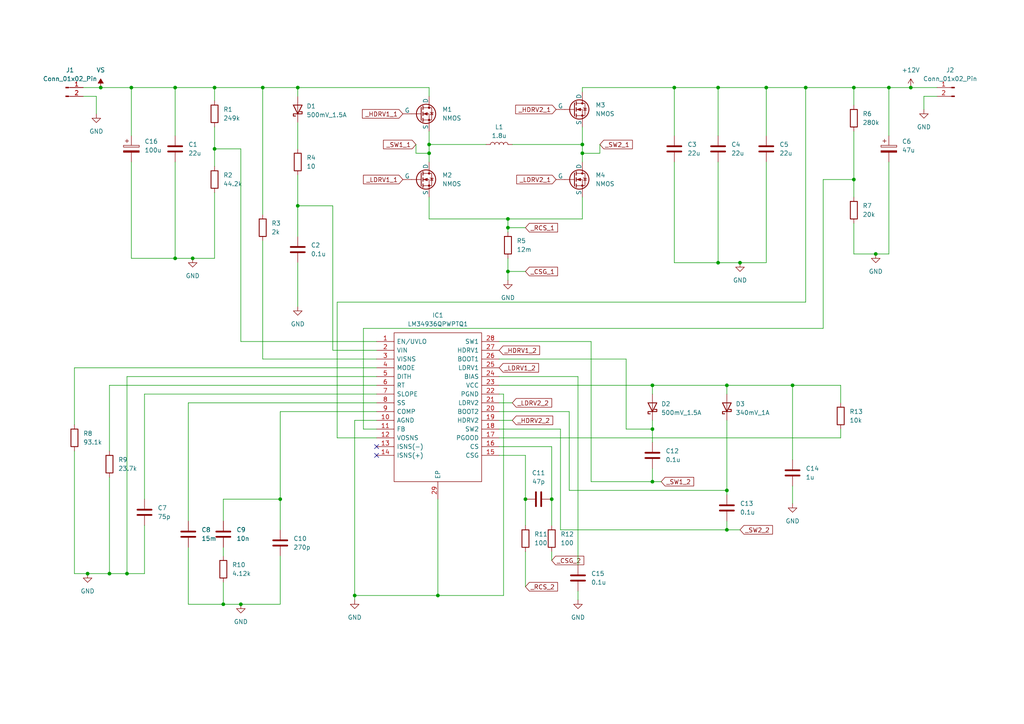
<source format=kicad_sch>
(kicad_sch (version 20230121) (generator eeschema)
  (paper "A4")
  (lib_symbols
    (symbol "Connector:Conn_01x02_Pin" (pin_names (offset 1.016) hide)
      (property "Reference" "J" (at 0 2.54 0))
      (property "Value" "Conn_01x02_Pin" (at 0 -5.08 0))
      (symbol "Conn_01x02_Pin_1_1"
        (polyline (pts (xy 1.27 -2.54) (xy 0.8636 -2.54)) (stroke (width 0.1524)))
        (polyline (pts (xy 1.27 0) (xy 0.8636 0)) (stroke (width 0.1524)))
        (rectangle (start 0.8636 -2.413) (end 0 -2.667) (stroke (width 0.1524)) (fill (type outline)))
        (rectangle (start 0.8636 0.127) (end 0 -0.127) (stroke (width 0.1524)) (fill (type outline)))
        (pin passive line (at 5.08 0 180) (length 3.81) (name "Pin_1") (number "1"))
        (pin passive line (at 5.08 -2.54 180) (length 3.81) (name "Pin_2") (number "2"))
      )
    )
    (symbol "Device:C" (pin_numbers hide) (pin_names (offset 0.254))
      (property "Reference" "C" (at 0.635 2.54 0))
      (property "Value" "C" (at 0.635 -2.54 0))
      (symbol "C_0_1"
        (polyline (pts (xy -2.032 -0.762) (xy 2.032 -0.762)) (stroke (width 0.508)))
        (polyline (pts (xy -2.032 0.762) (xy 2.032 0.762)) (stroke (width 0.508)))
      )
      (symbol "C_1_1"
        (pin passive line (at 0 3.81 270) (length 2.794) (name "~") (number "1"))
        (pin passive line (at 0 -3.81 90) (length 2.794) (name "~") (number "2"))
      )
    )
    (symbol "Device:C_Polarized" (pin_numbers hide) (pin_names (offset 0.254))
      (property "Reference" "C" (at 0.635 2.54 0))
      (property "Value" "C_Polarized" (at 0.635 -2.54 0))
      (symbol "C_Polarized_0_1"
        (rectangle (start -2.286 0.508) (end 2.286 1.016))
        (polyline (pts (xy -1.778 2.286) (xy -0.762 2.286)))
        (polyline (pts (xy -1.27 2.794) (xy -1.27 1.778)))
        (rectangle (start 2.286 -0.508) (end -2.286 -1.016) (fill (type outline)))
      )
      (symbol "C_Polarized_1_1"
        (pin passive line (at 0 3.81 270) (length 2.794) (name "~") (number "1"))
        (pin passive line (at 0 -3.81 90) (length 2.794) (name "~") (number "2"))
      )
    )
    (symbol "Device:D_Schottky" (pin_numbers hide) (pin_names (offset 1.016) hide)
      (property "Reference" "D" (at 0 2.54 0))
      (property "Value" "D_Schottky" (at 0 -2.54 0))
      (symbol "D_Schottky_0_1"
        (polyline (pts (xy 1.27 0) (xy -1.27 0)))
        (polyline (pts (xy 1.27 1.27) (xy 1.27 -1.27) (xy -1.27 0) (xy 1.27 1.27)) (stroke (width 0.254)))
        (polyline (pts (xy -1.905 0.635) (xy -1.905 1.27) (xy -1.27 1.27) (xy -1.27 -1.27) (xy -0.635 -1.27) (xy -0.635 -0.635)) (stroke (width 0.254)))
      )
      (symbol "D_Schottky_1_1"
        (pin passive line (at -3.81 0 0) (length 2.54) (name "K") (number "1"))
        (pin passive line (at 3.81 0 180) (length 2.54) (name "A") (number "2"))
      )
    )
    (symbol "Device:L" (pin_numbers hide) (pin_names (offset 1.016) hide)
      (property "Reference" "L" (at -1.27 0 90))
      (property "Value" "L" (at 1.905 0 90))
      (symbol "L_0_1"
        (arc (start 0 -2.54) (mid 0.6323 -1.905) (end 0 -1.27))
        (arc (start 0 -1.27) (mid 0.6323 -0.635) (end 0 0))
        (arc (start 0 0) (mid 0.6323 0.635) (end 0 1.27))
        (arc (start 0 1.27) (mid 0.6323 1.905) (end 0 2.54))
      )
      (symbol "L_1_1"
        (pin passive line (at 0 3.81 270) (length 1.27) (name "1") (number "1"))
        (pin passive line (at 0 -3.81 90) (length 1.27) (name "2") (number "2"))
      )
    )
    (symbol "Device:R" (pin_numbers hide) (pin_names (offset 0))
      (property "Reference" "R" (at 2.032 0 90))
      (property "Value" "R" (at 0 0 90))
      (symbol "R_0_1"
        (rectangle (start -1.016 -2.54) (end 1.016 2.54) (stroke (width 0.254)))
      )
      (symbol "R_1_1"
        (pin passive line (at 0 3.81 270) (length 1.27) (name "~") (number "1"))
        (pin passive line (at 0 -3.81 90) (length 1.27) (name "~") (number "2"))
      )
    )
    (symbol "ProjectEV-Kicad:LM34936QPWPTQ1" (pin_names (offset 0.762))
      (property "Reference" "IC" (at 31.75 7.62 0))
      (property "Value" "LM34936QPWPTQ1" (at 31.75 5.08 0))
      (symbol "LM34936QPWPTQ1_0_0"
        (pin passive line (at 0 0 0) (length 5.08) (name "EN/UVLO") (number "1"))
        (pin passive line (at 0 -22.86 0) (length 5.08) (name "AGND") (number "10"))
        (pin passive line (at 0 -25.4 0) (length 5.08) (name "FB") (number "11"))
        (pin passive line (at 0 -27.94 0) (length 5.08) (name "VOSNS") (number "12"))
        (pin passive line (at 0 -30.48 0) (length 5.08) (name "ISNS(-)") (number "13"))
        (pin passive line (at 0 -33.02 0) (length 5.08) (name "ISNS(+)") (number "14"))
        (pin passive line (at 35.56 -33.02 180) (length 5.08) (name "CSG") (number "15"))
        (pin passive line (at 35.56 -30.48 180) (length 5.08) (name "CS") (number "16"))
        (pin passive line (at 35.56 -27.94 180) (length 5.08) (name "PGOOD") (number "17"))
        (pin passive line (at 35.56 -25.4 180) (length 5.08) (name "SW2") (number "18"))
        (pin passive line (at 35.56 -22.86 180) (length 5.08) (name "HDRV2") (number "19"))
        (pin passive line (at 0 -2.54 0) (length 5.08) (name "VIN") (number "2"))
        (pin passive line (at 35.56 -20.32 180) (length 5.08) (name "BOOT2") (number "20"))
        (pin passive line (at 35.56 -17.78 180) (length 5.08) (name "LDRV2") (number "21"))
        (pin passive line (at 35.56 -15.24 180) (length 5.08) (name "PGND") (number "22"))
        (pin passive line (at 35.56 -12.7 180) (length 5.08) (name "VCC") (number "23"))
        (pin passive line (at 35.56 -10.16 180) (length 5.08) (name "BIAS") (number "24"))
        (pin passive line (at 35.56 -7.62 180) (length 5.08) (name "LDRV1") (number "25"))
        (pin passive line (at 35.56 -5.08 180) (length 5.08) (name "BOOT1") (number "26"))
        (pin passive line (at 35.56 -2.54 180) (length 5.08) (name "HDRV1") (number "27"))
        (pin passive line (at 35.56 0 180) (length 5.08) (name "SW1") (number "28"))
        (pin passive line (at 17.78 -45.72 90) (length 5.08) (name "EP") (number "29"))
        (pin passive line (at 0 -5.08 0) (length 5.08) (name "VISNS") (number "3"))
        (pin passive line (at 0 -7.62 0) (length 5.08) (name "MODE") (number "4"))
        (pin passive line (at 0 -10.16 0) (length 5.08) (name "DITH") (number "5"))
        (pin passive line (at 0 -12.7 0) (length 5.08) (name "RT") (number "6"))
        (pin passive line (at 0 -15.24 0) (length 5.08) (name "SLOPE") (number "7"))
        (pin passive line (at 0 -17.78 0) (length 5.08) (name "SS") (number "8"))
        (pin passive line (at 0 -20.32 0) (length 5.08) (name "COMP") (number "9"))
      )
      (symbol "LM34936QPWPTQ1_0_1"
        (polyline (pts (xy 5.08 2.54) (xy 30.48 2.54) (xy 30.48 -40.64) (xy 5.08 -40.64) (xy 5.08 2.54)) (stroke (width 0.1524)))
      )
    )
    (symbol "Simulation_SPICE:NMOS" (pin_numbers hide) (pin_names (offset 0))
      (property "Reference" "Q" (at 5.08 1.27 0))
      (property "Value" "NMOS" (at 5.08 -1.27 0))
      (symbol "NMOS_0_1"
        (polyline (pts (xy 0.254 0) (xy -2.54 0)))
        (polyline (pts (xy 0.254 1.905) (xy 0.254 -1.905)) (stroke (width 0.254)))
        (polyline (pts (xy 0.762 -1.27) (xy 0.762 -2.286)) (stroke (width 0.254)))
        (polyline (pts (xy 0.762 0.508) (xy 0.762 -0.508)) (stroke (width 0.254)))
        (polyline (pts (xy 0.762 2.286) (xy 0.762 1.27)) (stroke (width 0.254)))
        (polyline (pts (xy 2.54 2.54) (xy 2.54 1.778)))
        (polyline (pts (xy 2.54 -2.54) (xy 2.54 0) (xy 0.762 0)))
        (polyline (pts (xy 0.762 -1.778) (xy 3.302 -1.778) (xy 3.302 1.778) (xy 0.762 1.778)))
        (polyline (pts (xy 1.016 0) (xy 2.032 0.381) (xy 2.032 -0.381) (xy 1.016 0)) (fill (type outline)))
        (polyline (pts (xy 2.794 0.508) (xy 2.921 0.381) (xy 3.683 0.381) (xy 3.81 0.254)))
        (polyline (pts (xy 3.302 0.381) (xy 2.921 -0.254) (xy 3.683 -0.254) (xy 3.302 0.381)))
        (circle (center 1.651 0) (radius 2.794) (stroke (width 0.254)))
        (circle (center 2.54 -1.778) (radius 0.254) (fill (type outline)))
        (circle (center 2.54 1.778) (radius 0.254) (fill (type outline)))
      )
      (symbol "NMOS_1_1"
        (pin passive line (at 2.54 5.08 270) (length 2.54) (name "D") (number "1"))
        (pin input line (at -5.08 0 0) (length 2.54) (name "G") (number "2"))
        (pin passive line (at 2.54 -5.08 90) (length 2.54) (name "S") (number "3"))
      )
    )
    (symbol "power:+12V" (power) (pin_names (offset 0))
      (property "Value" "+12V" (at 0 3.556 0))
      (symbol "+12V_0_1"
        (polyline (pts (xy -0.762 1.27) (xy 0 2.54)))
        (polyline (pts (xy 0 0) (xy 0 2.54)))
        (polyline (pts (xy 0 2.54) (xy 0.762 1.27)))
      )
      (symbol "+12V_1_1"
        (pin power_in line (at 0 0 90) (length 0) hide (name "+12V") (number "1"))
      )
    )
    (symbol "power:GND" (power) (pin_names (offset 0))
      (property "Value" "GND" (at 0 -3.81 0))
      (symbol "GND_0_1"
        (polyline (pts (xy 0 0) (xy 0 -1.27) (xy 1.27 -1.27) (xy 0 -2.54) (xy -1.27 -1.27) (xy 0 -1.27)))
      )
      (symbol "GND_1_1"
        (pin power_in line (at 0 0 270) (length 0) hide (name "GND") (number "1"))
      )
    )
    (symbol "power:VS" (power) (pin_names (offset 0))
      (property "Value" "VS" (at 0 3.81 0))
      (symbol "VS_0_1"
        (polyline (pts (xy 0 0) (xy 0 2.54)))
        (polyline (pts (xy 0.762 1.27) (xy -0.762 1.27) (xy 0 2.54) (xy 0.762 1.27)) (fill (type outline)))
      )
      (symbol "VS_1_1"
        (pin power_in line (at 0 0 90) (length 0) hide (name "VS") (number "1"))
      )
    )
  )
  (junction (at 50.8 74.93))
  (junction (at 160.02 144.78))
  (junction (at 62.23 25.4))
  (junction (at 25.4 166.37))
  (junction (at 69.85 175.26))
  (junction (at 31.75 166.37))
  (junction (at 81.28 144.78))
  (junction (at 264.16 25.4))
  (junction (at 210.82 111.76))
  (junction (at 152.4 144.78))
  (junction (at 86.36 25.4))
  (junction (at 127 172.72))
  (junction (at 214.63 76.2))
  (junction (at 124.46 41.91))
  (junction (at 195.58 25.4))
  (junction (at 222.25 25.4))
  (junction (at 210.82 153.67))
  (junction (at 50.8 25.4))
  (junction (at 147.32 63.5))
  (junction (at 189.23 124.46))
  (junction (at 229.87 111.76))
  (junction (at 254 73.66))
  (junction (at 257.81 25.4))
  (junction (at 29.21 25.4))
  (junction (at 102.87 172.72))
  (junction (at 168.91 44.45))
  (junction (at 64.77 175.26))
  (junction (at 233.68 25.4))
  (junction (at 168.91 41.91))
  (junction (at 62.23 43.18))
  (junction (at 36.83 166.37))
  (junction (at 124.46 44.45))
  (junction (at 208.28 76.2))
  (junction (at 86.36 59.69))
  (junction (at 55.88 74.93))
  (junction (at 210.82 142.24))
  (junction (at 189.23 139.7))
  (junction (at 247.65 52.07))
  (junction (at 147.32 78.74))
  (junction (at 38.1 25.4))
  (junction (at 208.28 25.4))
  (junction (at 247.65 25.4))
  (junction (at 76.2 25.4))
  (junction (at 147.32 66.04))
  (junction (at 189.23 111.76))
  (no_connect (at 109.22 132.08))
  (no_connect (at 109.22 129.54))
  (wire (pts (xy 171.45 139.7) (xy 189.23 139.7)))
  (wire (pts (xy 247.65 52.07) (xy 247.65 57.15)))
  (wire (pts (xy 127 172.72) (xy 102.87 172.72)))
  (wire (pts (xy 147.32 78.74) (xy 147.32 81.28)))
  (wire (pts (xy 38.1 74.93) (xy 50.8 74.93)))
  (wire (pts (xy 76.2 25.4) (xy 86.36 25.4)))
  (wire (pts (xy 124.46 41.91) (xy 124.46 44.45)))
  (wire (pts (xy 148.59 121.92) (xy 144.78 121.92)))
  (wire (pts (xy 120.65 41.91) (xy 120.65 44.45)))
  (wire (pts (xy 86.36 59.69) (xy 86.36 68.58)))
  (wire (pts (xy 86.36 25.4) (xy 124.46 25.4)))
  (wire (pts (xy 144.78 109.22) (xy 167.64 109.22)))
  (wire (pts (xy 195.58 46.99) (xy 195.58 76.2)))
  (wire (pts (xy 62.23 25.4) (xy 76.2 25.4)))
  (wire (pts (xy 62.23 43.18) (xy 62.23 48.26)))
  (wire (pts (xy 147.32 66.04) (xy 152.4 66.04)))
  (wire (pts (xy 229.87 111.76) (xy 243.84 111.76)))
  (wire (pts (xy 36.83 109.22) (xy 36.83 166.37)))
  (wire (pts (xy 25.4 166.37) (xy 31.75 166.37)))
  (wire (pts (xy 181.61 124.46) (xy 189.23 124.46)))
  (wire (pts (xy 222.25 25.4) (xy 233.68 25.4)))
  (wire (pts (xy 86.36 59.69) (xy 96.52 59.69)))
  (wire (pts (xy 247.65 64.77) (xy 247.65 73.66)))
  (wire (pts (xy 29.21 25.4) (xy 38.1 25.4)))
  (wire (pts (xy 76.2 69.85) (xy 76.2 104.14)))
  (wire (pts (xy 238.76 95.25) (xy 238.76 52.07)))
  (wire (pts (xy 195.58 25.4) (xy 195.58 39.37)))
  (wire (pts (xy 55.88 74.93) (xy 62.23 74.93)))
  (wire (pts (xy 102.87 121.92) (xy 109.22 121.92)))
  (wire (pts (xy 247.65 25.4) (xy 257.81 25.4)))
  (wire (pts (xy 210.82 153.67) (xy 214.63 153.67)))
  (wire (pts (xy 229.87 140.97) (xy 229.87 146.05)))
  (wire (pts (xy 24.13 25.4) (xy 29.21 25.4)))
  (wire (pts (xy 189.23 111.76) (xy 189.23 114.3)))
  (wire (pts (xy 124.46 41.91) (xy 140.97 41.91)))
  (wire (pts (xy 38.1 46.99) (xy 38.1 74.93)))
  (wire (pts (xy 148.59 41.91) (xy 168.91 41.91)))
  (wire (pts (xy 247.65 38.1) (xy 247.65 52.07)))
  (wire (pts (xy 147.32 63.5) (xy 168.91 63.5)))
  (wire (pts (xy 247.65 30.48) (xy 247.65 25.4)))
  (wire (pts (xy 152.4 160.02) (xy 152.4 170.18)))
  (wire (pts (xy 243.84 111.76) (xy 243.84 116.84)))
  (wire (pts (xy 229.87 111.76) (xy 229.87 133.35)))
  (wire (pts (xy 208.28 46.99) (xy 208.28 76.2)))
  (wire (pts (xy 210.82 143.51) (xy 210.82 142.24)))
  (wire (pts (xy 144.78 127) (xy 243.84 127)))
  (wire (pts (xy 152.4 132.08) (xy 144.78 132.08)))
  (wire (pts (xy 254 73.66) (xy 257.81 73.66)))
  (wire (pts (xy 21.59 106.68) (xy 21.59 123.19)))
  (wire (pts (xy 41.91 114.3) (xy 41.91 144.78)))
  (wire (pts (xy 109.22 127) (xy 97.79 127)))
  (wire (pts (xy 38.1 25.4) (xy 38.1 39.37)))
  (wire (pts (xy 168.91 25.4) (xy 195.58 25.4)))
  (wire (pts (xy 208.28 25.4) (xy 222.25 25.4)))
  (wire (pts (xy 54.61 175.26) (xy 64.77 175.26)))
  (wire (pts (xy 168.91 36.83) (xy 168.91 41.91)))
  (wire (pts (xy 148.59 116.84) (xy 144.78 116.84)))
  (wire (pts (xy 102.87 172.72) (xy 102.87 173.99)))
  (wire (pts (xy 247.65 73.66) (xy 254 73.66)))
  (wire (pts (xy 257.81 25.4) (xy 257.81 39.37)))
  (wire (pts (xy 238.76 52.07) (xy 247.65 52.07)))
  (wire (pts (xy 31.75 111.76) (xy 109.22 111.76)))
  (wire (pts (xy 36.83 166.37) (xy 41.91 166.37)))
  (wire (pts (xy 257.81 25.4) (xy 264.16 25.4)))
  (wire (pts (xy 81.28 119.38) (xy 109.22 119.38)))
  (wire (pts (xy 97.79 127) (xy 97.79 87.63)))
  (wire (pts (xy 62.23 55.88) (xy 62.23 74.93)))
  (wire (pts (xy 146.05 114.3) (xy 146.05 172.72)))
  (wire (pts (xy 147.32 63.5) (xy 147.32 66.04)))
  (wire (pts (xy 109.22 99.06) (xy 69.85 99.06)))
  (wire (pts (xy 41.91 114.3) (xy 109.22 114.3)))
  (wire (pts (xy 27.94 27.94) (xy 27.94 33.02)))
  (wire (pts (xy 31.75 166.37) (xy 36.83 166.37)))
  (wire (pts (xy 109.22 104.14) (xy 76.2 104.14)))
  (wire (pts (xy 173.99 41.91) (xy 173.99 44.45)))
  (wire (pts (xy 109.22 101.6) (xy 96.52 101.6)))
  (wire (pts (xy 54.61 116.84) (xy 54.61 151.13)))
  (wire (pts (xy 147.32 78.74) (xy 152.4 78.74)))
  (wire (pts (xy 195.58 76.2) (xy 208.28 76.2)))
  (wire (pts (xy 189.23 135.89) (xy 189.23 139.7)))
  (wire (pts (xy 97.79 87.63) (xy 233.68 87.63)))
  (wire (pts (xy 264.16 25.4) (xy 271.78 25.4)))
  (wire (pts (xy 81.28 144.78) (xy 81.28 153.67)))
  (wire (pts (xy 36.83 109.22) (xy 109.22 109.22)))
  (wire (pts (xy 152.4 144.78) (xy 152.4 152.4)))
  (wire (pts (xy 31.75 138.43) (xy 31.75 166.37)))
  (wire (pts (xy 50.8 46.99) (xy 50.8 74.93)))
  (wire (pts (xy 124.46 38.1) (xy 124.46 41.91)))
  (wire (pts (xy 243.84 127) (xy 243.84 124.46)))
  (wire (pts (xy 96.52 101.6) (xy 96.52 59.69)))
  (wire (pts (xy 50.8 39.37) (xy 50.8 25.4)))
  (wire (pts (xy 189.23 139.7) (xy 191.77 139.7)))
  (wire (pts (xy 86.36 76.2) (xy 86.36 88.9)))
  (wire (pts (xy 189.23 124.46) (xy 189.23 128.27)))
  (wire (pts (xy 210.82 151.13) (xy 210.82 153.67)))
  (wire (pts (xy 21.59 166.37) (xy 25.4 166.37)))
  (wire (pts (xy 144.78 114.3) (xy 146.05 114.3)))
  (wire (pts (xy 168.91 41.91) (xy 168.91 44.45)))
  (wire (pts (xy 50.8 74.93) (xy 55.88 74.93)))
  (wire (pts (xy 189.23 121.92) (xy 189.23 124.46)))
  (wire (pts (xy 168.91 25.4) (xy 168.91 26.67)))
  (wire (pts (xy 162.56 124.46) (xy 162.56 153.67)))
  (wire (pts (xy 76.2 25.4) (xy 76.2 62.23)))
  (wire (pts (xy 168.91 44.45) (xy 173.99 44.45)))
  (wire (pts (xy 64.77 168.91) (xy 64.77 175.26)))
  (wire (pts (xy 69.85 99.06) (xy 69.85 43.18)))
  (wire (pts (xy 168.91 44.45) (xy 168.91 46.99)))
  (wire (pts (xy 271.78 27.94) (xy 267.97 27.94)))
  (wire (pts (xy 109.22 124.46) (xy 105.41 124.46)))
  (wire (pts (xy 64.77 175.26) (xy 69.85 175.26)))
  (wire (pts (xy 195.58 25.4) (xy 208.28 25.4)))
  (wire (pts (xy 124.46 57.15) (xy 124.46 63.5)))
  (wire (pts (xy 208.28 76.2) (xy 214.63 76.2)))
  (wire (pts (xy 167.64 109.22) (xy 167.64 163.83)))
  (wire (pts (xy 214.63 76.2) (xy 222.25 76.2)))
  (wire (pts (xy 147.32 74.93) (xy 147.32 78.74)))
  (wire (pts (xy 267.97 27.94) (xy 267.97 31.75)))
  (wire (pts (xy 208.28 25.4) (xy 208.28 39.37)))
  (wire (pts (xy 81.28 144.78) (xy 64.77 144.78)))
  (wire (pts (xy 105.41 95.25) (xy 105.41 124.46)))
  (wire (pts (xy 124.46 63.5) (xy 147.32 63.5)))
  (wire (pts (xy 257.81 46.99) (xy 257.81 73.66)))
  (wire (pts (xy 233.68 87.63) (xy 233.68 25.4)))
  (wire (pts (xy 144.78 119.38) (xy 165.1 119.38)))
  (wire (pts (xy 54.61 116.84) (xy 109.22 116.84)))
  (wire (pts (xy 160.02 144.78) (xy 160.02 152.4)))
  (wire (pts (xy 50.8 25.4) (xy 62.23 25.4)))
  (wire (pts (xy 69.85 43.18) (xy 62.23 43.18)))
  (wire (pts (xy 181.61 104.14) (xy 181.61 124.46)))
  (wire (pts (xy 81.28 119.38) (xy 81.28 144.78)))
  (wire (pts (xy 62.23 36.83) (xy 62.23 43.18)))
  (wire (pts (xy 165.1 119.38) (xy 165.1 142.24)))
  (wire (pts (xy 171.45 99.06) (xy 171.45 139.7)))
  (wire (pts (xy 41.91 152.4) (xy 41.91 166.37)))
  (wire (pts (xy 124.46 44.45) (xy 124.46 46.99)))
  (wire (pts (xy 144.78 129.54) (xy 160.02 129.54)))
  (wire (pts (xy 144.78 124.46) (xy 162.56 124.46)))
  (wire (pts (xy 189.23 111.76) (xy 210.82 111.76)))
  (wire (pts (xy 124.46 27.94) (xy 124.46 25.4)))
  (wire (pts (xy 124.46 44.45) (xy 120.65 44.45)))
  (wire (pts (xy 24.13 27.94) (xy 27.94 27.94)))
  (wire (pts (xy 160.02 129.54) (xy 160.02 144.78)))
  (wire (pts (xy 21.59 106.68) (xy 109.22 106.68)))
  (wire (pts (xy 38.1 25.4) (xy 50.8 25.4)))
  (wire (pts (xy 210.82 111.76) (xy 210.82 114.3)))
  (wire (pts (xy 105.41 95.25) (xy 238.76 95.25)))
  (wire (pts (xy 127 144.78) (xy 127 172.72)))
  (wire (pts (xy 165.1 142.24) (xy 210.82 142.24)))
  (wire (pts (xy 168.91 63.5) (xy 168.91 57.15)))
  (wire (pts (xy 233.68 25.4) (xy 247.65 25.4)))
  (wire (pts (xy 102.87 121.92) (xy 102.87 172.72)))
  (wire (pts (xy 146.05 172.72) (xy 127 172.72)))
  (wire (pts (xy 167.64 171.45) (xy 167.64 173.99)))
  (wire (pts (xy 162.56 153.67) (xy 210.82 153.67)))
  (wire (pts (xy 144.78 111.76) (xy 189.23 111.76)))
  (wire (pts (xy 152.4 132.08) (xy 152.4 144.78)))
  (wire (pts (xy 222.25 46.99) (xy 222.25 76.2)))
  (wire (pts (xy 210.82 111.76) (xy 229.87 111.76)))
  (wire (pts (xy 86.36 35.56) (xy 86.36 43.18)))
  (wire (pts (xy 86.36 50.8) (xy 86.36 59.69)))
  (wire (pts (xy 160.02 160.02) (xy 160.02 162.56)))
  (wire (pts (xy 69.85 175.26) (xy 81.28 175.26)))
  (wire (pts (xy 62.23 29.21) (xy 62.23 25.4)))
  (wire (pts (xy 86.36 25.4) (xy 86.36 27.94)))
  (wire (pts (xy 144.78 104.14) (xy 181.61 104.14)))
  (wire (pts (xy 222.25 25.4) (xy 222.25 39.37)))
  (wire (pts (xy 21.59 130.81) (xy 21.59 166.37)))
  (wire (pts (xy 144.78 99.06) (xy 171.45 99.06)))
  (wire (pts (xy 81.28 161.29) (xy 81.28 175.26)))
  (wire (pts (xy 54.61 158.75) (xy 54.61 175.26)))
  (wire (pts (xy 64.77 144.78) (xy 64.77 151.13)))
  (wire (pts (xy 64.77 158.75) (xy 64.77 161.29)))
  (wire (pts (xy 31.75 111.76) (xy 31.75 130.81)))
  (wire (pts (xy 210.82 121.92) (xy 210.82 142.24)))
  (wire (pts (xy 147.32 66.04) (xy 147.32 67.31)))
  (global_label "_HDRV2_2" (shape input) (at 148.59 121.92 0) (property "Intersheetrefs" "${INTERSHEET_REFS}" (effects hide)))
  (global_label "_HDRV2_1" (shape input) (at 161.29 31.75 180) (property "Intersheetrefs" "${INTERSHEET_REFS}" (effects hide)))
  (global_label "_HDRV1_1" (shape input) (at 116.84 33.02 180) (property "Intersheetrefs" "${INTERSHEET_REFS}" (effects hide)))
  (global_label "_LDRV2_2" (shape input) (at 148.59 116.84 0) (property "Intersheetrefs" "${INTERSHEET_REFS}" (effects hide)))
  (global_label "_SW2_1" (shape input) (at 173.99 41.91 0) (property "Intersheetrefs" "${INTERSHEET_REFS}" (effects hide)))
  (global_label "_RCS_1" (shape input) (at 152.4 66.04 0) (property "Intersheetrefs" "${INTERSHEET_REFS}" (effects hide)))
  (global_label "_LDRV2_1" (shape input) (at 161.29 52.07 180) (property "Intersheetrefs" "${INTERSHEET_REFS}" (effects hide)))
  (global_label "_LDRV1_1" (shape input) (at 116.84 52.07 180) (property "Intersheetrefs" "${INTERSHEET_REFS}" (effects hide)))
  (global_label "_CSG_2" (shape input) (at 160.02 162.56 0) (property "Intersheetrefs" "${INTERSHEET_REFS}" (effects hide)))
  (global_label "_SW1_2" (shape input) (at 191.77 139.7 0) (property "Intersheetrefs" "${INTERSHEET_REFS}" (effects hide)))
  (global_label "_LDRV1_2" (shape input) (at 144.78 106.68 0) (property "Intersheetrefs" "${INTERSHEET_REFS}" (effects hide)))
  (global_label "_HDRV1_2" (shape input) (at 144.78 101.6 0) (property "Intersheetrefs" "${INTERSHEET_REFS}" (effects hide)))
  (global_label "_RCS_2" (shape input) (at 152.4 170.18 0) (property "Intersheetrefs" "${INTERSHEET_REFS}" (effects hide)))
  (global_label "_SW1_1" (shape input) (at 120.65 41.91 180) (property "Intersheetrefs" "${INTERSHEET_REFS}" (effects hide)))
  (global_label "_SW2_2" (shape input) (at 214.63 153.67 0) (property "Intersheetrefs" "${INTERSHEET_REFS}" (effects hide)))
  (global_label "_CSG_1" (shape input) (at 152.4 78.74 0) (property "Intersheetrefs" "${INTERSHEET_REFS}" (effects hide)))
  (symbol (lib_id "power:GND") (at 229.87 146.05 0) (unit 1)
    (property "Reference" "#PWR08" (effects hide))
    (property "Value" "GND" (at 229.87 151.13 0))
  )
  (symbol (lib_id "power:GND") (at 267.97 31.75 0) (unit 1)
    (property "Reference" "#PWR013" (effects hide))
    (property "Value" "GND" (at 267.97 36.83 0))
  )
  (symbol (lib_id "ProjectEV-Kicad:LM34936QPWPTQ1") (at 109.22 99.06 0) (unit 1)
    (property "Reference" "IC1" (at 127 91.44 0))
    (property "Value" "LM34936QPWPTQ1" (at 127 93.98 0))
    (property "Footprint" "SOP65P640X120-29N" (effects hide))
    (property "Datasheet" "http://www.ti.com/lit/gpn/LM34936-Q1" (effects hide))
    (property "Description" "30-V automotive wide VIN synchronous four-switch buck-boost controller" (effects hide))
    (property "Height" "1.2" (effects hide))
    (property "Manufacturer_Name" "Texas Instruments" (effects hide))
    (property "Manufacturer_Part_Number" "LM34936QPWPTQ1" (effects hide))
    (property "Mouser Part Number" "595-LM34936QPWPTQ1" (effects hide))
    (property "Mouser Price/Stock" "https://www.mouser.co.uk/ProductDetail/Texas-Instruments/LM34936QPWPTQ1?qs=gZXFycFWdAOltNuHm%2FTKSQ%3D%3D" (effects hide))
    (property "Arrow Part Number" "LM34936QPWPTQ1" (effects hide))
    (property "Arrow Price/Stock" "https://www.arrow.com/en/products/lm34936qpwptq1/texas-instruments?region=nac" (effects hide))
  )
  (symbol (lib_id "power:GND") (at 55.88 74.93 0) (unit 1)
    (property "Reference" "#PWR05" (effects hide))
    (property "Value" "GND" (at 55.88 80.01 0))
  )
  (symbol (lib_id "Device:C") (at 195.58 43.18 0) (unit 1)
    (property "Reference" "C3" (at 199.39 41.91 0) (effects (justify left)))
    (property "Value" "22u" (at 199.39 44.45 0) (effects (justify left)))
  )
  (symbol (lib_id "Device:R") (at 76.2 66.04 0) (unit 1)
    (property "Reference" "R3" (at 78.74 64.77 0) (effects (justify left)))
    (property "Value" "2k" (at 78.74 67.31 0) (effects (justify left)))
  )
  (symbol (lib_id "Device:C") (at 41.91 148.59 0) (unit 1)
    (property "Reference" "C7" (at 45.72 147.32 0) (effects (justify left)))
    (property "Value" "75p" (at 45.72 149.86 0) (effects (justify left)))
  )
  (symbol (lib_id "Device:C") (at 167.64 167.64 0) (unit 1)
    (property "Reference" "C15" (at 171.45 166.37 0) (effects (justify left)))
    (property "Value" "0.1u" (at 171.45 168.91 0) (effects (justify left)))
  )
  (symbol (lib_id "power:GND") (at 86.36 88.9 0) (unit 1)
    (property "Reference" "#PWR04" (effects hide))
    (property "Value" "GND" (at 86.36 93.98 0))
  )
  (symbol (lib_id "power:GND") (at 69.85 175.26 0) (unit 1)
    (property "Reference" "#PWR06" (effects hide))
    (property "Value" "GND" (at 69.85 180.34 0))
  )
  (symbol (lib_id "power:VS") (at 29.21 25.4 0) (unit 1)
    (property "Reference" "#PWR010" (effects hide))
    (property "Value" "VS" (at 29.21 20.32 0))
  )
  (symbol (lib_id "Simulation_SPICE:NMOS") (at 121.92 33.02 0) (unit 1)
    (property "Reference" "M1" (at 128.27 31.75 0) (effects (justify left)))
    (property "Value" "NMOS" (at 128.27 34.29 0) (effects (justify left)))
    (property "Datasheet" "https://ngspice.sourceforge.io/docs/ngspice-manual.pdf" (effects hide))
    (property "Sim.Device" "NMOS" (effects hide))
    (property "Sim.Type" "VDMOS" (effects hide))
    (property "Sim.Pins" "1=D 2=G 3=S" (effects hide))
  )
  (symbol (lib_id "power:GND") (at 25.4 166.37 0) (unit 1)
    (property "Reference" "#PWR07" (effects hide))
    (property "Value" "GND" (at 25.4 171.45 0))
  )
  (symbol (lib_id "Connector:Conn_01x02_Pin") (at 276.86 25.4 0) (mirror y) (unit 1)
    (property "Reference" "J2" (at 275.59 20.32 0))
    (property "Value" "Conn_01x02_Pin" (at 275.59 22.86 0))
  )
  (symbol (lib_id "Device:R") (at 31.75 134.62 0) (unit 1)
    (property "Reference" "R9" (at 34.29 133.35 0) (effects (justify left)))
    (property "Value" "23.7k" (at 34.29 135.89 0) (effects (justify left)))
  )
  (symbol (lib_id "Device:R") (at 21.59 127 0) (unit 1)
    (property "Reference" "R8" (at 24.13 125.73 0) (effects (justify left)))
    (property "Value" "93.1k" (at 24.13 128.27 0) (effects (justify left)))
  )
  (symbol (lib_id "Simulation_SPICE:NMOS") (at 166.37 31.75 0) (unit 1)
    (property "Reference" "M3" (at 172.72 30.48 0) (effects (justify left)))
    (property "Value" "NMOS" (at 172.72 33.02 0) (effects (justify left)))
    (property "Datasheet" "https://ngspice.sourceforge.io/docs/ngspice-manual.pdf" (effects hide))
    (property "Sim.Device" "NMOS" (effects hide))
    (property "Sim.Type" "VDMOS" (effects hide))
    (property "Sim.Pins" "1=D 2=G 3=S" (effects hide))
  )
  (symbol (lib_id "Device:R") (at 243.84 120.65 0) (unit 1)
    (property "Reference" "R13" (at 246.38 119.38 0) (effects (justify left)))
    (property "Value" "10k" (at 246.38 121.92 0) (effects (justify left)))
  )
  (symbol (lib_id "Device:D_Schottky") (at 189.23 118.11 90) (unit 1)
    (property "Reference" "D2" (at 191.77 117.1575 90) (effects (justify right)))
    (property "Value" "500mV_1.5A" (at 191.77 119.6975 90) (effects (justify right)))
  )
  (symbol (lib_id "Simulation_SPICE:NMOS") (at 166.37 52.07 0) (unit 1)
    (property "Reference" "M4" (at 172.72 50.8 0) (effects (justify left)))
    (property "Value" "NMOS" (at 172.72 53.34 0) (effects (justify left)))
    (property "Datasheet" "https://ngspice.sourceforge.io/docs/ngspice-manual.pdf" (effects hide))
    (property "Sim.Device" "NMOS" (effects hide))
    (property "Sim.Type" "VDMOS" (effects hide))
    (property "Sim.Pins" "1=D 2=G 3=S" (effects hide))
  )
  (symbol (lib_id "Device:C") (at 189.23 132.08 0) (unit 1)
    (property "Reference" "C12" (at 193.04 130.81 0) (effects (justify left)))
    (property "Value" "0.1u" (at 193.04 133.35 0) (effects (justify left)))
  )
  (symbol (lib_id "Device:R") (at 64.77 165.1 0) (unit 1)
    (property "Reference" "R10" (at 67.31 163.83 0) (effects (justify left)))
    (property "Value" "4.12k" (at 67.31 166.37 0) (effects (justify left)))
  )
  (symbol (lib_id "Device:R") (at 247.65 60.96 0) (unit 1)
    (property "Reference" "R7" (at 250.19 59.69 0) (effects (justify left)))
    (property "Value" "20k" (at 250.19 62.23 0) (effects (justify left)))
  )
  (symbol (lib_id "Device:C") (at 222.25 43.18 0) (unit 1)
    (property "Reference" "C5" (at 226.06 41.91 0) (effects (justify left)))
    (property "Value" "22u" (at 226.06 44.45 0) (effects (justify left)))
  )
  (symbol (lib_id "Connector:Conn_01x02_Pin") (at 19.05 25.4 0) (unit 1)
    (property "Reference" "J1" (at 20.32 20.32 0))
    (property "Value" "Conn_01x02_Pin" (at 20.32 22.86 0))
  )
  (symbol (lib_id "Device:C") (at 156.21 144.78 270) (unit 1)
    (property "Reference" "C11" (at 156.21 137.16 90))
    (property "Value" "47p" (at 156.21 139.7 90))
  )
  (symbol (lib_id "power:GND") (at 167.64 173.99 0) (unit 1)
    (property "Reference" "#PWR09" (effects hide))
    (property "Value" "GND" (at 167.64 179.07 0))
  )
  (symbol (lib_id "Device:C") (at 208.28 43.18 0) (unit 1)
    (property "Reference" "C4" (at 212.09 41.91 0) (effects (justify left)))
    (property "Value" "22u" (at 212.09 44.45 0) (effects (justify left)))
  )
  (symbol (lib_id "Device:L") (at 144.78 41.91 90) (unit 1)
    (property "Reference" "L1" (at 144.78 36.83 90))
    (property "Value" "1.8u" (at 144.78 39.37 90))
  )
  (symbol (lib_id "Simulation_SPICE:NMOS") (at 121.92 52.07 0) (unit 1)
    (property "Reference" "M2" (at 128.27 50.8 0) (effects (justify left)))
    (property "Value" "NMOS" (at 128.27 53.34 0) (effects (justify left)))
    (property "Datasheet" "https://ngspice.sourceforge.io/docs/ngspice-manual.pdf" (effects hide))
    (property "Sim.Device" "NMOS" (effects hide))
    (property "Sim.Type" "VDMOS" (effects hide))
    (property "Sim.Pins" "1=D 2=G 3=S" (effects hide))
  )
  (symbol (lib_id "Device:D_Schottky") (at 210.82 118.11 90) (unit 1)
    (property "Reference" "D3" (at 213.36 117.1575 90) (effects (justify right)))
    (property "Value" "340mV_1A" (at 213.36 119.6975 90) (effects (justify right)))
  )
  (symbol (lib_id "power:GND") (at 147.32 81.28 0) (unit 1)
    (property "Reference" "#PWR03" (effects hide))
    (property "Value" "GND" (at 147.32 86.36 0))
  )
  (symbol (lib_id "Device:R") (at 62.23 52.07 0) (unit 1)
    (property "Reference" "R2" (at 64.77 50.8 0) (effects (justify left)))
    (property "Value" "44.2k" (at 64.77 53.34 0) (effects (justify left)))
  )
  (symbol (lib_id "Device:R") (at 62.23 33.02 0) (unit 1)
    (property "Reference" "R1" (at 64.77 31.75 0) (effects (justify left)))
    (property "Value" "249k" (at 64.77 34.29 0) (effects (justify left)))
  )
  (symbol (lib_id "power:GND") (at 254 73.66 0) (unit 1)
    (property "Reference" "#PWR01" (effects hide))
    (property "Value" "GND" (at 254 78.74 0))
  )
  (symbol (lib_id "power:+12V") (at 264.16 25.4 0) (unit 1)
    (property "Reference" "#PWR014" (effects hide))
    (property "Value" "+12V" (at 264.16 20.32 0))
  )
  (symbol (lib_id "power:GND") (at 214.63 76.2 0) (unit 1)
    (property "Reference" "#PWR02" (effects hide))
    (property "Value" "GND" (at 214.63 81.28 0))
  )
  (symbol (lib_id "Device:C") (at 81.28 157.48 0) (unit 1)
    (property "Reference" "C10" (at 85.09 156.21 0) (effects (justify left)))
    (property "Value" "270p" (at 85.09 158.75 0) (effects (justify left)))
  )
  (symbol (lib_id "Device:C") (at 54.61 154.94 0) (unit 1)
    (property "Reference" "C8" (at 58.42 153.67 0) (effects (justify left)))
    (property "Value" "15m" (at 58.42 156.21 0) (effects (justify left)))
  )
  (symbol (lib_id "power:GND") (at 102.87 173.99 0) (unit 1)
    (property "Reference" "#PWR011" (effects hide))
    (property "Value" "GND" (at 102.87 179.07 0))
  )
  (symbol (lib_id "Device:C") (at 229.87 137.16 0) (unit 1)
    (property "Reference" "C14" (at 233.68 135.89 0) (effects (justify left)))
    (property "Value" "1u" (at 233.68 138.43 0) (effects (justify left)))
  )
  (symbol (lib_id "Device:C") (at 50.8 43.18 0) (unit 1)
    (property "Reference" "C1" (at 54.61 41.91 0) (effects (justify left)))
    (property "Value" "22u" (at 54.61 44.45 0) (effects (justify left)))
  )
  (symbol (lib_id "Device:C") (at 86.36 72.39 0) (unit 1)
    (property "Reference" "C2" (at 90.17 71.12 0) (effects (justify left)))
    (property "Value" "0.1u" (at 90.17 73.66 0) (effects (justify left)))
  )
  (symbol (lib_id "Device:R") (at 86.36 46.99 0) (unit 1)
    (property "Reference" "R4" (at 88.9 45.72 0) (effects (justify left)))
    (property "Value" "10" (at 88.9 48.26 0) (effects (justify left)))
  )
  (symbol (lib_id "Device:D_Schottky") (at 86.36 31.75 90) (unit 1)
    (property "Reference" "D1" (at 88.9 30.7975 90) (effects (justify right)))
    (property "Value" "500mV_1.5A" (at 88.9 33.3375 90) (effects (justify right)))
  )
  (symbol (lib_id "Device:R") (at 160.02 156.21 0) (unit 1)
    (property "Reference" "R12" (at 162.56 154.94 0) (effects (justify left)))
    (property "Value" "100" (at 162.56 157.48 0) (effects (justify left)))
  )
  (symbol (lib_id "Device:C") (at 64.77 154.94 0) (unit 1)
    (property "Reference" "C9" (at 68.58 153.67 0) (effects (justify left)))
    (property "Value" "10n" (at 68.58 156.21 0) (effects (justify left)))
  )
  (symbol (lib_id "Device:R") (at 247.65 34.29 0) (unit 1)
    (property "Reference" "R6" (at 250.19 33.02 0) (effects (justify left)))
    (property "Value" "280k" (at 250.19 35.56 0) (effects (justify left)))
  )
  (symbol (lib_id "power:GND") (at 27.94 33.02 0) (unit 1)
    (property "Reference" "#PWR012" (effects hide))
    (property "Value" "GND" (at 27.94 38.1 0))
  )
  (symbol (lib_id "Device:C_Polarized") (at 257.81 43.18 0) (unit 1)
    (property "Reference" "C6" (at 261.62 41.021 0) (effects (justify left)))
    (property "Value" "47u" (at 261.62 43.561 0) (effects (justify left)))
  )
  (symbol (lib_id "Device:R") (at 152.4 156.21 0) (unit 1)
    (property "Reference" "R11" (at 154.94 154.94 0) (effects (justify left)))
    (property "Value" "100" (at 154.94 157.48 0) (effects (justify left)))
  )
  (symbol (lib_id "Device:C") (at 210.82 147.32 0) (unit 1)
    (property "Reference" "C13" (at 214.63 146.05 0) (effects (justify left)))
    (property "Value" "0.1u" (at 214.63 148.59 0) (effects (justify left)))
  )
  (symbol (lib_id "Device:C_Polarized") (at 38.1 43.18 0) (unit 1)
    (property "Reference" "C16" (at 41.91 41.021 0) (effects (justify left)))
    (property "Value" "100u" (at 41.91 43.561 0) (effects (justify left)))
  )
  (symbol (lib_id "Device:R") (at 147.32 71.12 0) (unit 1)
    (property "Reference" "R5" (at 149.86 69.85 0) (effects (justify left)))
    (property "Value" "12m" (at 149.86 72.39 0) (effects (justify left)))
  )
)
</source>
